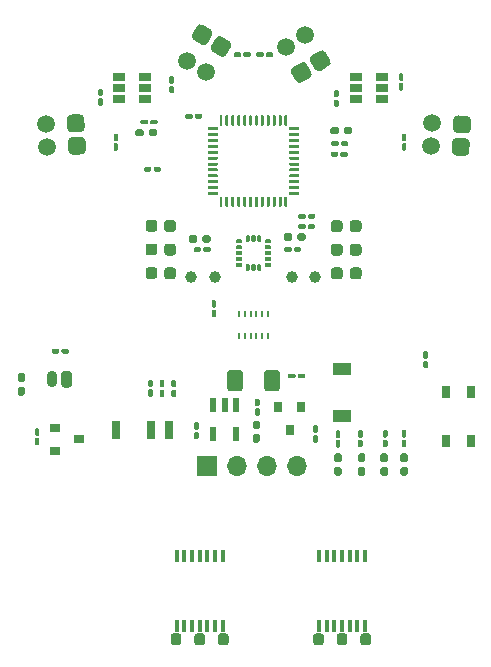
<source format=gts>
G04 #@! TF.GenerationSoftware,KiCad,Pcbnew,(5.1.7)-1*
G04 #@! TF.CreationDate,2021-07-04T06:33:09+09:00*
G04 #@! TF.ProjectId,lapis,6c617069-732e-46b6-9963-61645f706362,rev?*
G04 #@! TF.SameCoordinates,Original*
G04 #@! TF.FileFunction,Soldermask,Top*
G04 #@! TF.FilePolarity,Negative*
%FSLAX46Y46*%
G04 Gerber Fmt 4.6, Leading zero omitted, Abs format (unit mm)*
G04 Created by KiCad (PCBNEW (5.1.7)-1) date 2021-07-04 06:33:09*
%MOMM*%
%LPD*%
G01*
G04 APERTURE LIST*
%ADD10R,0.700000X1.500000*%
%ADD11R,0.600000X1.200000*%
%ADD12R,0.250000X0.500000*%
%ADD13R,0.450000X1.000000*%
%ADD14C,1.000000*%
%ADD15R,1.060000X0.650000*%
%ADD16R,0.650000X1.050000*%
%ADD17C,1.500000*%
%ADD18R,0.800000X0.900000*%
%ADD19R,0.900000X0.800000*%
%ADD20R,1.600000X1.000000*%
%ADD21O,1.700000X1.700000*%
%ADD22R,1.700000X1.700000*%
%ADD23O,0.900000X1.400000*%
G04 APERTURE END LIST*
G36*
G01*
X144575000Y-102962500D02*
X144575000Y-102587500D01*
G75*
G02*
X144662500Y-102500000I87500J0D01*
G01*
X144837500Y-102500000D01*
G75*
G02*
X144925000Y-102587500I0J-87500D01*
G01*
X144925000Y-102962500D01*
G75*
G02*
X144837500Y-103050000I-87500J0D01*
G01*
X144662500Y-103050000D01*
G75*
G02*
X144575000Y-102962500I0J87500D01*
G01*
G37*
G36*
G01*
X145075000Y-102962500D02*
X145075000Y-102587500D01*
G75*
G02*
X145162500Y-102500000I87500J0D01*
G01*
X145337500Y-102500000D01*
G75*
G02*
X145425000Y-102587500I0J-87500D01*
G01*
X145425000Y-102962500D01*
G75*
G02*
X145337500Y-103050000I-87500J0D01*
G01*
X145162500Y-103050000D01*
G75*
G02*
X145075000Y-102962500I0J87500D01*
G01*
G37*
G36*
G01*
X145575000Y-102962500D02*
X145575000Y-102587500D01*
G75*
G02*
X145662500Y-102500000I87500J0D01*
G01*
X145837500Y-102500000D01*
G75*
G02*
X145925000Y-102587500I0J-87500D01*
G01*
X145925000Y-102962500D01*
G75*
G02*
X145837500Y-103050000I-87500J0D01*
G01*
X145662500Y-103050000D01*
G75*
G02*
X145575000Y-102962500I0J87500D01*
G01*
G37*
G36*
G01*
X146200000Y-103087500D02*
X146200000Y-102912500D01*
G75*
G02*
X146287500Y-102825000I87500J0D01*
G01*
X146662500Y-102825000D01*
G75*
G02*
X146750000Y-102912500I0J-87500D01*
G01*
X146750000Y-103087500D01*
G75*
G02*
X146662500Y-103175000I-87500J0D01*
G01*
X146287500Y-103175000D01*
G75*
G02*
X146200000Y-103087500I0J87500D01*
G01*
G37*
G36*
G01*
X146200000Y-103587500D02*
X146200000Y-103412500D01*
G75*
G02*
X146287500Y-103325000I87500J0D01*
G01*
X146662500Y-103325000D01*
G75*
G02*
X146750000Y-103412500I0J-87500D01*
G01*
X146750000Y-103587500D01*
G75*
G02*
X146662500Y-103675000I-87500J0D01*
G01*
X146287500Y-103675000D01*
G75*
G02*
X146200000Y-103587500I0J87500D01*
G01*
G37*
G36*
G01*
X146200000Y-104087500D02*
X146200000Y-103912500D01*
G75*
G02*
X146287500Y-103825000I87500J0D01*
G01*
X146662500Y-103825000D01*
G75*
G02*
X146750000Y-103912500I0J-87500D01*
G01*
X146750000Y-104087500D01*
G75*
G02*
X146662500Y-104175000I-87500J0D01*
G01*
X146287500Y-104175000D01*
G75*
G02*
X146200000Y-104087500I0J87500D01*
G01*
G37*
G36*
G01*
X146200000Y-104587500D02*
X146200000Y-104412500D01*
G75*
G02*
X146287500Y-104325000I87500J0D01*
G01*
X146662500Y-104325000D01*
G75*
G02*
X146750000Y-104412500I0J-87500D01*
G01*
X146750000Y-104587500D01*
G75*
G02*
X146662500Y-104675000I-87500J0D01*
G01*
X146287500Y-104675000D01*
G75*
G02*
X146200000Y-104587500I0J87500D01*
G01*
G37*
G36*
G01*
X146200000Y-105087500D02*
X146200000Y-104912500D01*
G75*
G02*
X146287500Y-104825000I87500J0D01*
G01*
X146662500Y-104825000D01*
G75*
G02*
X146750000Y-104912500I0J-87500D01*
G01*
X146750000Y-105087500D01*
G75*
G02*
X146662500Y-105175000I-87500J0D01*
G01*
X146287500Y-105175000D01*
G75*
G02*
X146200000Y-105087500I0J87500D01*
G01*
G37*
G36*
G01*
X145575000Y-105412500D02*
X145575000Y-105037500D01*
G75*
G02*
X145662500Y-104950000I87500J0D01*
G01*
X145837500Y-104950000D01*
G75*
G02*
X145925000Y-105037500I0J-87500D01*
G01*
X145925000Y-105412500D01*
G75*
G02*
X145837500Y-105500000I-87500J0D01*
G01*
X145662500Y-105500000D01*
G75*
G02*
X145575000Y-105412500I0J87500D01*
G01*
G37*
G36*
G01*
X145075000Y-105412500D02*
X145075000Y-105037500D01*
G75*
G02*
X145162500Y-104950000I87500J0D01*
G01*
X145337500Y-104950000D01*
G75*
G02*
X145425000Y-105037500I0J-87500D01*
G01*
X145425000Y-105412500D01*
G75*
G02*
X145337500Y-105500000I-87500J0D01*
G01*
X145162500Y-105500000D01*
G75*
G02*
X145075000Y-105412500I0J87500D01*
G01*
G37*
G36*
G01*
X144575000Y-105412500D02*
X144575000Y-105037500D01*
G75*
G02*
X144662500Y-104950000I87500J0D01*
G01*
X144837500Y-104950000D01*
G75*
G02*
X144925000Y-105037500I0J-87500D01*
G01*
X144925000Y-105412500D01*
G75*
G02*
X144837500Y-105500000I-87500J0D01*
G01*
X144662500Y-105500000D01*
G75*
G02*
X144575000Y-105412500I0J87500D01*
G01*
G37*
G36*
G01*
X143750000Y-105087500D02*
X143750000Y-104912500D01*
G75*
G02*
X143837500Y-104825000I87500J0D01*
G01*
X144212500Y-104825000D01*
G75*
G02*
X144300000Y-104912500I0J-87500D01*
G01*
X144300000Y-105087500D01*
G75*
G02*
X144212500Y-105175000I-87500J0D01*
G01*
X143837500Y-105175000D01*
G75*
G02*
X143750000Y-105087500I0J87500D01*
G01*
G37*
G36*
G01*
X143750000Y-104587500D02*
X143750000Y-104412500D01*
G75*
G02*
X143837500Y-104325000I87500J0D01*
G01*
X144212500Y-104325000D01*
G75*
G02*
X144300000Y-104412500I0J-87500D01*
G01*
X144300000Y-104587500D01*
G75*
G02*
X144212500Y-104675000I-87500J0D01*
G01*
X143837500Y-104675000D01*
G75*
G02*
X143750000Y-104587500I0J87500D01*
G01*
G37*
G36*
G01*
X143750000Y-104087500D02*
X143750000Y-103912500D01*
G75*
G02*
X143837500Y-103825000I87500J0D01*
G01*
X144212500Y-103825000D01*
G75*
G02*
X144300000Y-103912500I0J-87500D01*
G01*
X144300000Y-104087500D01*
G75*
G02*
X144212500Y-104175000I-87500J0D01*
G01*
X143837500Y-104175000D01*
G75*
G02*
X143750000Y-104087500I0J87500D01*
G01*
G37*
G36*
G01*
X143750000Y-103587500D02*
X143750000Y-103412500D01*
G75*
G02*
X143837500Y-103325000I87500J0D01*
G01*
X144212500Y-103325000D01*
G75*
G02*
X144300000Y-103412500I0J-87500D01*
G01*
X144300000Y-103587500D01*
G75*
G02*
X144212500Y-103675000I-87500J0D01*
G01*
X143837500Y-103675000D01*
G75*
G02*
X143750000Y-103587500I0J87500D01*
G01*
G37*
G36*
G01*
X143750000Y-103087500D02*
X143750000Y-102912500D01*
G75*
G02*
X143837500Y-102825000I87500J0D01*
G01*
X144212500Y-102825000D01*
G75*
G02*
X144300000Y-102912500I0J-87500D01*
G01*
X144300000Y-103087500D01*
G75*
G02*
X144212500Y-103175000I-87500J0D01*
G01*
X143837500Y-103175000D01*
G75*
G02*
X143750000Y-103087500I0J87500D01*
G01*
G37*
D10*
X138080000Y-118970000D03*
X136580000Y-118970000D03*
X133580000Y-118970000D03*
D11*
X143750000Y-119350000D03*
X141850000Y-119350000D03*
X141850000Y-116850000D03*
X142800000Y-116850000D03*
X143750000Y-116850000D03*
D12*
X144000000Y-109140000D03*
X144500000Y-109140000D03*
X145000000Y-109140000D03*
X145500000Y-109140000D03*
X146000000Y-109140000D03*
X146500000Y-109140000D03*
X146500000Y-111040000D03*
X146000000Y-111040000D03*
X145500000Y-111040000D03*
X145000000Y-111040000D03*
X144500000Y-111040000D03*
X144000000Y-111040000D03*
D13*
X142650000Y-135538000D03*
X142000000Y-135538000D03*
X141350000Y-135538000D03*
X140700000Y-135538000D03*
X140050000Y-135538000D03*
X139400000Y-135538000D03*
X138750000Y-135538000D03*
X138750000Y-129662000D03*
X139400000Y-129662000D03*
X140050000Y-129662000D03*
X140700000Y-129662000D03*
X141350000Y-129662000D03*
X142000000Y-129662000D03*
X142650000Y-129662000D03*
X154690000Y-135530000D03*
X154040000Y-135530000D03*
X153390000Y-135530000D03*
X152740000Y-135530000D03*
X152090000Y-135530000D03*
X151440000Y-135530000D03*
X150790000Y-135530000D03*
X150790000Y-129654000D03*
X151440000Y-129654000D03*
X152090000Y-129654000D03*
X152740000Y-129654000D03*
X153390000Y-129654000D03*
X154040000Y-129654000D03*
X154690000Y-129654000D03*
D14*
X148500000Y-106000000D03*
X150500000Y-106000000D03*
X142000000Y-106000000D03*
X140000000Y-106000000D03*
G36*
G01*
X149670000Y-100790000D02*
X149670000Y-100990000D01*
G75*
G02*
X149570000Y-101090000I-100000J0D01*
G01*
X149135000Y-101090000D01*
G75*
G02*
X149035000Y-100990000I0J100000D01*
G01*
X149035000Y-100790000D01*
G75*
G02*
X149135000Y-100690000I100000J0D01*
G01*
X149570000Y-100690000D01*
G75*
G02*
X149670000Y-100790000I0J-100000D01*
G01*
G37*
G36*
G01*
X150485000Y-100790000D02*
X150485000Y-100990000D01*
G75*
G02*
X150385000Y-101090000I-100000J0D01*
G01*
X149950000Y-101090000D01*
G75*
G02*
X149850000Y-100990000I0J100000D01*
G01*
X149850000Y-100790000D01*
G75*
G02*
X149950000Y-100690000I100000J0D01*
G01*
X150385000Y-100690000D01*
G75*
G02*
X150485000Y-100790000I0J-100000D01*
G01*
G37*
G36*
G01*
X154300000Y-136965000D02*
X154300000Y-136415000D01*
G75*
G02*
X154525000Y-136190000I225000J0D01*
G01*
X154975000Y-136190000D01*
G75*
G02*
X155200000Y-136415000I0J-225000D01*
G01*
X155200000Y-136965000D01*
G75*
G02*
X154975000Y-137190000I-225000J0D01*
G01*
X154525000Y-137190000D01*
G75*
G02*
X154300000Y-136965000I0J225000D01*
G01*
G37*
G36*
G01*
X152300000Y-136965000D02*
X152300000Y-136415000D01*
G75*
G02*
X152525000Y-136190000I225000J0D01*
G01*
X152975000Y-136190000D01*
G75*
G02*
X153200000Y-136415000I0J-225000D01*
G01*
X153200000Y-136965000D01*
G75*
G02*
X152975000Y-137190000I-225000J0D01*
G01*
X152525000Y-137190000D01*
G75*
G02*
X152300000Y-136965000I0J225000D01*
G01*
G37*
G36*
G01*
X150300000Y-136965000D02*
X150300000Y-136415000D01*
G75*
G02*
X150525000Y-136190000I225000J0D01*
G01*
X150975000Y-136190000D01*
G75*
G02*
X151200000Y-136415000I0J-225000D01*
G01*
X151200000Y-136965000D01*
G75*
G02*
X150975000Y-137190000I-225000J0D01*
G01*
X150525000Y-137190000D01*
G75*
G02*
X150300000Y-136965000I0J225000D01*
G01*
G37*
G36*
G01*
X142245000Y-136965000D02*
X142245000Y-136415000D01*
G75*
G02*
X142470000Y-136190000I225000J0D01*
G01*
X142920000Y-136190000D01*
G75*
G02*
X143145000Y-136415000I0J-225000D01*
G01*
X143145000Y-136965000D01*
G75*
G02*
X142920000Y-137190000I-225000J0D01*
G01*
X142470000Y-137190000D01*
G75*
G02*
X142245000Y-136965000I0J225000D01*
G01*
G37*
G36*
G01*
X140245000Y-136965000D02*
X140245000Y-136415000D01*
G75*
G02*
X140470000Y-136190000I225000J0D01*
G01*
X140920000Y-136190000D01*
G75*
G02*
X141145000Y-136415000I0J-225000D01*
G01*
X141145000Y-136965000D01*
G75*
G02*
X140920000Y-137190000I-225000J0D01*
G01*
X140470000Y-137190000D01*
G75*
G02*
X140245000Y-136965000I0J225000D01*
G01*
G37*
G36*
G01*
X138245000Y-136965000D02*
X138245000Y-136415000D01*
G75*
G02*
X138470000Y-136190000I225000J0D01*
G01*
X138920000Y-136190000D01*
G75*
G02*
X139145000Y-136415000I0J-225000D01*
G01*
X139145000Y-136965000D01*
G75*
G02*
X138920000Y-137190000I-225000J0D01*
G01*
X138470000Y-137190000D01*
G75*
G02*
X138245000Y-136965000I0J225000D01*
G01*
G37*
G36*
G01*
X150590000Y-119220000D02*
X150390000Y-119220000D01*
G75*
G02*
X150290000Y-119120000I0J100000D01*
G01*
X150290000Y-118685000D01*
G75*
G02*
X150390000Y-118585000I100000J0D01*
G01*
X150590000Y-118585000D01*
G75*
G02*
X150690000Y-118685000I0J-100000D01*
G01*
X150690000Y-119120000D01*
G75*
G02*
X150590000Y-119220000I-100000J0D01*
G01*
G37*
G36*
G01*
X150590000Y-120035000D02*
X150390000Y-120035000D01*
G75*
G02*
X150290000Y-119935000I0J100000D01*
G01*
X150290000Y-119500000D01*
G75*
G02*
X150390000Y-119400000I100000J0D01*
G01*
X150590000Y-119400000D01*
G75*
G02*
X150690000Y-119500000I0J-100000D01*
G01*
X150690000Y-119935000D01*
G75*
G02*
X150590000Y-120035000I-100000J0D01*
G01*
G37*
G36*
G01*
X148810000Y-114300000D02*
X148810000Y-114500000D01*
G75*
G02*
X148710000Y-114600000I-100000J0D01*
G01*
X148275000Y-114600000D01*
G75*
G02*
X148175000Y-114500000I0J100000D01*
G01*
X148175000Y-114300000D01*
G75*
G02*
X148275000Y-114200000I100000J0D01*
G01*
X148710000Y-114200000D01*
G75*
G02*
X148810000Y-114300000I0J-100000D01*
G01*
G37*
G36*
G01*
X149625000Y-114300000D02*
X149625000Y-114500000D01*
G75*
G02*
X149525000Y-114600000I-100000J0D01*
G01*
X149090000Y-114600000D01*
G75*
G02*
X148990000Y-114500000I0J100000D01*
G01*
X148990000Y-114300000D01*
G75*
G02*
X149090000Y-114200000I100000J0D01*
G01*
X149525000Y-114200000D01*
G75*
G02*
X149625000Y-114300000I0J-100000D01*
G01*
G37*
G36*
G01*
X159930000Y-112940000D02*
X159730000Y-112940000D01*
G75*
G02*
X159630000Y-112840000I0J100000D01*
G01*
X159630000Y-112405000D01*
G75*
G02*
X159730000Y-112305000I100000J0D01*
G01*
X159930000Y-112305000D01*
G75*
G02*
X160030000Y-112405000I0J-100000D01*
G01*
X160030000Y-112840000D01*
G75*
G02*
X159930000Y-112940000I-100000J0D01*
G01*
G37*
G36*
G01*
X159930000Y-113755000D02*
X159730000Y-113755000D01*
G75*
G02*
X159630000Y-113655000I0J100000D01*
G01*
X159630000Y-113220000D01*
G75*
G02*
X159730000Y-113120000I100000J0D01*
G01*
X159930000Y-113120000D01*
G75*
G02*
X160030000Y-113220000I0J-100000D01*
G01*
X160030000Y-113655000D01*
G75*
G02*
X159930000Y-113755000I-100000J0D01*
G01*
G37*
G36*
G01*
X152500000Y-119642500D02*
X152300000Y-119642500D01*
G75*
G02*
X152200000Y-119542500I0J100000D01*
G01*
X152200000Y-119107500D01*
G75*
G02*
X152300000Y-119007500I100000J0D01*
G01*
X152500000Y-119007500D01*
G75*
G02*
X152600000Y-119107500I0J-100000D01*
G01*
X152600000Y-119542500D01*
G75*
G02*
X152500000Y-119642500I-100000J0D01*
G01*
G37*
G36*
G01*
X152500000Y-120457500D02*
X152300000Y-120457500D01*
G75*
G02*
X152200000Y-120357500I0J100000D01*
G01*
X152200000Y-119922500D01*
G75*
G02*
X152300000Y-119822500I100000J0D01*
G01*
X152500000Y-119822500D01*
G75*
G02*
X152600000Y-119922500I0J-100000D01*
G01*
X152600000Y-120357500D01*
G75*
G02*
X152500000Y-120457500I-100000J0D01*
G01*
G37*
G36*
G01*
X154400000Y-119610000D02*
X154200000Y-119610000D01*
G75*
G02*
X154100000Y-119510000I0J100000D01*
G01*
X154100000Y-119075000D01*
G75*
G02*
X154200000Y-118975000I100000J0D01*
G01*
X154400000Y-118975000D01*
G75*
G02*
X154500000Y-119075000I0J-100000D01*
G01*
X154500000Y-119510000D01*
G75*
G02*
X154400000Y-119610000I-100000J0D01*
G01*
G37*
G36*
G01*
X154400000Y-120425000D02*
X154200000Y-120425000D01*
G75*
G02*
X154100000Y-120325000I0J100000D01*
G01*
X154100000Y-119890000D01*
G75*
G02*
X154200000Y-119790000I100000J0D01*
G01*
X154400000Y-119790000D01*
G75*
G02*
X154500000Y-119890000I0J-100000D01*
G01*
X154500000Y-120325000D01*
G75*
G02*
X154400000Y-120425000I-100000J0D01*
G01*
G37*
G36*
G01*
X156500000Y-119610000D02*
X156300000Y-119610000D01*
G75*
G02*
X156200000Y-119510000I0J100000D01*
G01*
X156200000Y-119075000D01*
G75*
G02*
X156300000Y-118975000I100000J0D01*
G01*
X156500000Y-118975000D01*
G75*
G02*
X156600000Y-119075000I0J-100000D01*
G01*
X156600000Y-119510000D01*
G75*
G02*
X156500000Y-119610000I-100000J0D01*
G01*
G37*
G36*
G01*
X156500000Y-120425000D02*
X156300000Y-120425000D01*
G75*
G02*
X156200000Y-120325000I0J100000D01*
G01*
X156200000Y-119890000D01*
G75*
G02*
X156300000Y-119790000I100000J0D01*
G01*
X156500000Y-119790000D01*
G75*
G02*
X156600000Y-119890000I0J-100000D01*
G01*
X156600000Y-120325000D01*
G75*
G02*
X156500000Y-120425000I-100000J0D01*
G01*
G37*
G36*
G01*
X158100000Y-119610000D02*
X157900000Y-119610000D01*
G75*
G02*
X157800000Y-119510000I0J100000D01*
G01*
X157800000Y-119075000D01*
G75*
G02*
X157900000Y-118975000I100000J0D01*
G01*
X158100000Y-118975000D01*
G75*
G02*
X158200000Y-119075000I0J-100000D01*
G01*
X158200000Y-119510000D01*
G75*
G02*
X158100000Y-119610000I-100000J0D01*
G01*
G37*
G36*
G01*
X158100000Y-120425000D02*
X157900000Y-120425000D01*
G75*
G02*
X157800000Y-120325000I0J100000D01*
G01*
X157800000Y-119890000D01*
G75*
G02*
X157900000Y-119790000I100000J0D01*
G01*
X158100000Y-119790000D01*
G75*
G02*
X158200000Y-119890000I0J-100000D01*
G01*
X158200000Y-120325000D01*
G75*
G02*
X158100000Y-120425000I-100000J0D01*
G01*
G37*
G36*
G01*
X152360000Y-90810000D02*
X152160000Y-90810000D01*
G75*
G02*
X152060000Y-90710000I0J100000D01*
G01*
X152060000Y-90275000D01*
G75*
G02*
X152160000Y-90175000I100000J0D01*
G01*
X152360000Y-90175000D01*
G75*
G02*
X152460000Y-90275000I0J-100000D01*
G01*
X152460000Y-90710000D01*
G75*
G02*
X152360000Y-90810000I-100000J0D01*
G01*
G37*
G36*
G01*
X152360000Y-91625000D02*
X152160000Y-91625000D01*
G75*
G02*
X152060000Y-91525000I0J100000D01*
G01*
X152060000Y-91090000D01*
G75*
G02*
X152160000Y-90990000I100000J0D01*
G01*
X152360000Y-90990000D01*
G75*
G02*
X152460000Y-91090000I0J-100000D01*
G01*
X152460000Y-91525000D01*
G75*
G02*
X152360000Y-91625000I-100000J0D01*
G01*
G37*
G36*
G01*
X128990000Y-112400000D02*
X128990000Y-112200000D01*
G75*
G02*
X129090000Y-112100000I100000J0D01*
G01*
X129525000Y-112100000D01*
G75*
G02*
X129625000Y-112200000I0J-100000D01*
G01*
X129625000Y-112400000D01*
G75*
G02*
X129525000Y-112500000I-100000J0D01*
G01*
X129090000Y-112500000D01*
G75*
G02*
X128990000Y-112400000I0J100000D01*
G01*
G37*
G36*
G01*
X128175000Y-112400000D02*
X128175000Y-112200000D01*
G75*
G02*
X128275000Y-112100000I100000J0D01*
G01*
X128710000Y-112100000D01*
G75*
G02*
X128810000Y-112200000I0J-100000D01*
G01*
X128810000Y-112400000D01*
G75*
G02*
X128710000Y-112500000I-100000J0D01*
G01*
X128275000Y-112500000D01*
G75*
G02*
X128175000Y-112400000I0J100000D01*
G01*
G37*
G36*
G01*
X137400000Y-115550000D02*
X137600000Y-115550000D01*
G75*
G02*
X137700000Y-115650000I0J-100000D01*
G01*
X137700000Y-116085000D01*
G75*
G02*
X137600000Y-116185000I-100000J0D01*
G01*
X137400000Y-116185000D01*
G75*
G02*
X137300000Y-116085000I0J100000D01*
G01*
X137300000Y-115650000D01*
G75*
G02*
X137400000Y-115550000I100000J0D01*
G01*
G37*
G36*
G01*
X137400000Y-114735000D02*
X137600000Y-114735000D01*
G75*
G02*
X137700000Y-114835000I0J-100000D01*
G01*
X137700000Y-115270000D01*
G75*
G02*
X137600000Y-115370000I-100000J0D01*
G01*
X137400000Y-115370000D01*
G75*
G02*
X137300000Y-115270000I0J100000D01*
G01*
X137300000Y-114835000D01*
G75*
G02*
X137400000Y-114735000I100000J0D01*
G01*
G37*
G36*
G01*
X136630000Y-115350000D02*
X136430000Y-115350000D01*
G75*
G02*
X136330000Y-115250000I0J100000D01*
G01*
X136330000Y-114815000D01*
G75*
G02*
X136430000Y-114715000I100000J0D01*
G01*
X136630000Y-114715000D01*
G75*
G02*
X136730000Y-114815000I0J-100000D01*
G01*
X136730000Y-115250000D01*
G75*
G02*
X136630000Y-115350000I-100000J0D01*
G01*
G37*
G36*
G01*
X136630000Y-116165000D02*
X136430000Y-116165000D01*
G75*
G02*
X136330000Y-116065000I0J100000D01*
G01*
X136330000Y-115630000D01*
G75*
G02*
X136430000Y-115530000I100000J0D01*
G01*
X136630000Y-115530000D01*
G75*
G02*
X136730000Y-115630000I0J-100000D01*
G01*
X136730000Y-116065000D01*
G75*
G02*
X136630000Y-116165000I-100000J0D01*
G01*
G37*
G36*
G01*
X126830000Y-119640000D02*
X127030000Y-119640000D01*
G75*
G02*
X127130000Y-119740000I0J-100000D01*
G01*
X127130000Y-120175000D01*
G75*
G02*
X127030000Y-120275000I-100000J0D01*
G01*
X126830000Y-120275000D01*
G75*
G02*
X126730000Y-120175000I0J100000D01*
G01*
X126730000Y-119740000D01*
G75*
G02*
X126830000Y-119640000I100000J0D01*
G01*
G37*
G36*
G01*
X126830000Y-118825000D02*
X127030000Y-118825000D01*
G75*
G02*
X127130000Y-118925000I0J-100000D01*
G01*
X127130000Y-119360000D01*
G75*
G02*
X127030000Y-119460000I-100000J0D01*
G01*
X126830000Y-119460000D01*
G75*
G02*
X126730000Y-119360000I0J100000D01*
G01*
X126730000Y-118925000D01*
G75*
G02*
X126830000Y-118825000I100000J0D01*
G01*
G37*
G36*
G01*
X144390000Y-87300000D02*
X144390000Y-87100000D01*
G75*
G02*
X144490000Y-87000000I100000J0D01*
G01*
X144925000Y-87000000D01*
G75*
G02*
X145025000Y-87100000I0J-100000D01*
G01*
X145025000Y-87300000D01*
G75*
G02*
X144925000Y-87400000I-100000J0D01*
G01*
X144490000Y-87400000D01*
G75*
G02*
X144390000Y-87300000I0J100000D01*
G01*
G37*
G36*
G01*
X143575000Y-87300000D02*
X143575000Y-87100000D01*
G75*
G02*
X143675000Y-87000000I100000J0D01*
G01*
X144110000Y-87000000D01*
G75*
G02*
X144210000Y-87100000I0J-100000D01*
G01*
X144210000Y-87300000D01*
G75*
G02*
X144110000Y-87400000I-100000J0D01*
G01*
X143675000Y-87400000D01*
G75*
G02*
X143575000Y-87300000I0J100000D01*
G01*
G37*
G36*
G01*
X133700000Y-94510000D02*
X133500000Y-94510000D01*
G75*
G02*
X133400000Y-94410000I0J100000D01*
G01*
X133400000Y-93975000D01*
G75*
G02*
X133500000Y-93875000I100000J0D01*
G01*
X133700000Y-93875000D01*
G75*
G02*
X133800000Y-93975000I0J-100000D01*
G01*
X133800000Y-94410000D01*
G75*
G02*
X133700000Y-94510000I-100000J0D01*
G01*
G37*
G36*
G01*
X133700000Y-95325000D02*
X133500000Y-95325000D01*
G75*
G02*
X133400000Y-95225000I0J100000D01*
G01*
X133400000Y-94790000D01*
G75*
G02*
X133500000Y-94690000I100000J0D01*
G01*
X133700000Y-94690000D01*
G75*
G02*
X133800000Y-94790000I0J-100000D01*
G01*
X133800000Y-95225000D01*
G75*
G02*
X133700000Y-95325000I-100000J0D01*
G01*
G37*
G36*
G01*
X158100000Y-94510000D02*
X157900000Y-94510000D01*
G75*
G02*
X157800000Y-94410000I0J100000D01*
G01*
X157800000Y-93975000D01*
G75*
G02*
X157900000Y-93875000I100000J0D01*
G01*
X158100000Y-93875000D01*
G75*
G02*
X158200000Y-93975000I0J-100000D01*
G01*
X158200000Y-94410000D01*
G75*
G02*
X158100000Y-94510000I-100000J0D01*
G01*
G37*
G36*
G01*
X158100000Y-95325000D02*
X157900000Y-95325000D01*
G75*
G02*
X157800000Y-95225000I0J100000D01*
G01*
X157800000Y-94790000D01*
G75*
G02*
X157900000Y-94690000I100000J0D01*
G01*
X158100000Y-94690000D01*
G75*
G02*
X158200000Y-94790000I0J-100000D01*
G01*
X158200000Y-95225000D01*
G75*
G02*
X158100000Y-95325000I-100000J0D01*
G01*
G37*
G36*
G01*
X146110000Y-87100000D02*
X146110000Y-87300000D01*
G75*
G02*
X146010000Y-87400000I-100000J0D01*
G01*
X145575000Y-87400000D01*
G75*
G02*
X145475000Y-87300000I0J100000D01*
G01*
X145475000Y-87100000D01*
G75*
G02*
X145575000Y-87000000I100000J0D01*
G01*
X146010000Y-87000000D01*
G75*
G02*
X146110000Y-87100000I0J-100000D01*
G01*
G37*
G36*
G01*
X146925000Y-87100000D02*
X146925000Y-87300000D01*
G75*
G02*
X146825000Y-87400000I-100000J0D01*
G01*
X146390000Y-87400000D01*
G75*
G02*
X146290000Y-87300000I0J100000D01*
G01*
X146290000Y-87100000D01*
G75*
G02*
X146390000Y-87000000I100000J0D01*
G01*
X146825000Y-87000000D01*
G75*
G02*
X146925000Y-87100000I0J-100000D01*
G01*
G37*
G36*
G01*
X132400000Y-90712500D02*
X132200000Y-90712500D01*
G75*
G02*
X132100000Y-90612500I0J100000D01*
G01*
X132100000Y-90177500D01*
G75*
G02*
X132200000Y-90077500I100000J0D01*
G01*
X132400000Y-90077500D01*
G75*
G02*
X132500000Y-90177500I0J-100000D01*
G01*
X132500000Y-90612500D01*
G75*
G02*
X132400000Y-90712500I-100000J0D01*
G01*
G37*
G36*
G01*
X132400000Y-91527500D02*
X132200000Y-91527500D01*
G75*
G02*
X132100000Y-91427500I0J100000D01*
G01*
X132100000Y-90992500D01*
G75*
G02*
X132200000Y-90892500I100000J0D01*
G01*
X132400000Y-90892500D01*
G75*
G02*
X132500000Y-90992500I0J-100000D01*
G01*
X132500000Y-91427500D01*
G75*
G02*
X132400000Y-91527500I-100000J0D01*
G01*
G37*
G36*
G01*
X152240000Y-122090000D02*
X152560000Y-122090000D01*
G75*
G02*
X152720000Y-122250000I0J-160000D01*
G01*
X152720000Y-122695000D01*
G75*
G02*
X152560000Y-122855000I-160000J0D01*
G01*
X152240000Y-122855000D01*
G75*
G02*
X152080000Y-122695000I0J160000D01*
G01*
X152080000Y-122250000D01*
G75*
G02*
X152240000Y-122090000I160000J0D01*
G01*
G37*
G36*
G01*
X152240000Y-120945000D02*
X152560000Y-120945000D01*
G75*
G02*
X152720000Y-121105000I0J-160000D01*
G01*
X152720000Y-121550000D01*
G75*
G02*
X152560000Y-121710000I-160000J0D01*
G01*
X152240000Y-121710000D01*
G75*
G02*
X152080000Y-121550000I0J160000D01*
G01*
X152080000Y-121105000D01*
G75*
G02*
X152240000Y-120945000I160000J0D01*
G01*
G37*
G36*
G01*
X154240000Y-122090000D02*
X154560000Y-122090000D01*
G75*
G02*
X154720000Y-122250000I0J-160000D01*
G01*
X154720000Y-122695000D01*
G75*
G02*
X154560000Y-122855000I-160000J0D01*
G01*
X154240000Y-122855000D01*
G75*
G02*
X154080000Y-122695000I0J160000D01*
G01*
X154080000Y-122250000D01*
G75*
G02*
X154240000Y-122090000I160000J0D01*
G01*
G37*
G36*
G01*
X154240000Y-120945000D02*
X154560000Y-120945000D01*
G75*
G02*
X154720000Y-121105000I0J-160000D01*
G01*
X154720000Y-121550000D01*
G75*
G02*
X154560000Y-121710000I-160000J0D01*
G01*
X154240000Y-121710000D01*
G75*
G02*
X154080000Y-121550000I0J160000D01*
G01*
X154080000Y-121105000D01*
G75*
G02*
X154240000Y-120945000I160000J0D01*
G01*
G37*
G36*
G01*
X156160000Y-122100000D02*
X156480000Y-122100000D01*
G75*
G02*
X156640000Y-122260000I0J-160000D01*
G01*
X156640000Y-122705000D01*
G75*
G02*
X156480000Y-122865000I-160000J0D01*
G01*
X156160000Y-122865000D01*
G75*
G02*
X156000000Y-122705000I0J160000D01*
G01*
X156000000Y-122260000D01*
G75*
G02*
X156160000Y-122100000I160000J0D01*
G01*
G37*
G36*
G01*
X156160000Y-120955000D02*
X156480000Y-120955000D01*
G75*
G02*
X156640000Y-121115000I0J-160000D01*
G01*
X156640000Y-121560000D01*
G75*
G02*
X156480000Y-121720000I-160000J0D01*
G01*
X156160000Y-121720000D01*
G75*
G02*
X156000000Y-121560000I0J160000D01*
G01*
X156000000Y-121115000D01*
G75*
G02*
X156160000Y-120955000I160000J0D01*
G01*
G37*
G36*
G01*
X157840000Y-122090000D02*
X158160000Y-122090000D01*
G75*
G02*
X158320000Y-122250000I0J-160000D01*
G01*
X158320000Y-122695000D01*
G75*
G02*
X158160000Y-122855000I-160000J0D01*
G01*
X157840000Y-122855000D01*
G75*
G02*
X157680000Y-122695000I0J160000D01*
G01*
X157680000Y-122250000D01*
G75*
G02*
X157840000Y-122090000I160000J0D01*
G01*
G37*
G36*
G01*
X157840000Y-120945000D02*
X158160000Y-120945000D01*
G75*
G02*
X158320000Y-121105000I0J-160000D01*
G01*
X158320000Y-121550000D01*
G75*
G02*
X158160000Y-121710000I-160000J0D01*
G01*
X157840000Y-121710000D01*
G75*
G02*
X157680000Y-121550000I0J160000D01*
G01*
X157680000Y-121105000D01*
G75*
G02*
X157840000Y-120945000I160000J0D01*
G01*
G37*
G36*
G01*
X125760000Y-114910000D02*
X125440000Y-114910000D01*
G75*
G02*
X125280000Y-114750000I0J160000D01*
G01*
X125280000Y-114305000D01*
G75*
G02*
X125440000Y-114145000I160000J0D01*
G01*
X125760000Y-114145000D01*
G75*
G02*
X125920000Y-114305000I0J-160000D01*
G01*
X125920000Y-114750000D01*
G75*
G02*
X125760000Y-114910000I-160000J0D01*
G01*
G37*
G36*
G01*
X125760000Y-116055000D02*
X125440000Y-116055000D01*
G75*
G02*
X125280000Y-115895000I0J160000D01*
G01*
X125280000Y-115450000D01*
G75*
G02*
X125440000Y-115290000I160000J0D01*
G01*
X125760000Y-115290000D01*
G75*
G02*
X125920000Y-115450000I0J-160000D01*
G01*
X125920000Y-115895000D01*
G75*
G02*
X125760000Y-116055000I-160000J0D01*
G01*
G37*
G36*
G01*
X148950000Y-102785000D02*
X148950000Y-102475000D01*
G75*
G02*
X149105000Y-102320000I155000J0D01*
G01*
X149530000Y-102320000D01*
G75*
G02*
X149685000Y-102475000I0J-155000D01*
G01*
X149685000Y-102785000D01*
G75*
G02*
X149530000Y-102940000I-155000J0D01*
G01*
X149105000Y-102940000D01*
G75*
G02*
X148950000Y-102785000I0J155000D01*
G01*
G37*
G36*
G01*
X147815000Y-102785000D02*
X147815000Y-102475000D01*
G75*
G02*
X147970000Y-102320000I155000J0D01*
G01*
X148395000Y-102320000D01*
G75*
G02*
X148550000Y-102475000I0J-155000D01*
G01*
X148550000Y-102785000D01*
G75*
G02*
X148395000Y-102940000I-155000J0D01*
G01*
X147970000Y-102940000D01*
G75*
G02*
X147815000Y-102785000I0J155000D01*
G01*
G37*
G36*
G01*
X136610000Y-96800000D02*
X136610000Y-97000000D01*
G75*
G02*
X136510000Y-97100000I-100000J0D01*
G01*
X136075000Y-97100000D01*
G75*
G02*
X135975000Y-97000000I0J100000D01*
G01*
X135975000Y-96800000D01*
G75*
G02*
X136075000Y-96700000I100000J0D01*
G01*
X136510000Y-96700000D01*
G75*
G02*
X136610000Y-96800000I0J-100000D01*
G01*
G37*
G36*
G01*
X137425000Y-96800000D02*
X137425000Y-97000000D01*
G75*
G02*
X137325000Y-97100000I-100000J0D01*
G01*
X136890000Y-97100000D01*
G75*
G02*
X136790000Y-97000000I0J100000D01*
G01*
X136790000Y-96800000D01*
G75*
G02*
X136890000Y-96700000I100000J0D01*
G01*
X137325000Y-96700000D01*
G75*
G02*
X137425000Y-96800000I0J-100000D01*
G01*
G37*
G36*
G01*
X136317500Y-92800000D02*
X136317500Y-93000000D01*
G75*
G02*
X136217500Y-93100000I-100000J0D01*
G01*
X135782500Y-93100000D01*
G75*
G02*
X135682500Y-93000000I0J100000D01*
G01*
X135682500Y-92800000D01*
G75*
G02*
X135782500Y-92700000I100000J0D01*
G01*
X136217500Y-92700000D01*
G75*
G02*
X136317500Y-92800000I0J-100000D01*
G01*
G37*
G36*
G01*
X137132500Y-92800000D02*
X137132500Y-93000000D01*
G75*
G02*
X137032500Y-93100000I-100000J0D01*
G01*
X136597500Y-93100000D01*
G75*
G02*
X136497500Y-93000000I0J100000D01*
G01*
X136497500Y-92800000D01*
G75*
G02*
X136597500Y-92700000I100000J0D01*
G01*
X137032500Y-92700000D01*
G75*
G02*
X137132500Y-92800000I0J-100000D01*
G01*
G37*
G36*
G01*
X149660000Y-101640000D02*
X149660000Y-101840000D01*
G75*
G02*
X149560000Y-101940000I-100000J0D01*
G01*
X149125000Y-101940000D01*
G75*
G02*
X149025000Y-101840000I0J100000D01*
G01*
X149025000Y-101640000D01*
G75*
G02*
X149125000Y-101540000I100000J0D01*
G01*
X149560000Y-101540000D01*
G75*
G02*
X149660000Y-101640000I0J-100000D01*
G01*
G37*
G36*
G01*
X150475000Y-101640000D02*
X150475000Y-101840000D01*
G75*
G02*
X150375000Y-101940000I-100000J0D01*
G01*
X149940000Y-101940000D01*
G75*
G02*
X149840000Y-101840000I0J100000D01*
G01*
X149840000Y-101640000D01*
G75*
G02*
X149940000Y-101540000I100000J0D01*
G01*
X150375000Y-101540000D01*
G75*
G02*
X150475000Y-101640000I0J-100000D01*
G01*
G37*
G36*
G01*
X140110000Y-92300000D02*
X140110000Y-92500000D01*
G75*
G02*
X140010000Y-92600000I-100000J0D01*
G01*
X139575000Y-92600000D01*
G75*
G02*
X139475000Y-92500000I0J100000D01*
G01*
X139475000Y-92300000D01*
G75*
G02*
X139575000Y-92200000I100000J0D01*
G01*
X140010000Y-92200000D01*
G75*
G02*
X140110000Y-92300000I0J-100000D01*
G01*
G37*
G36*
G01*
X140925000Y-92300000D02*
X140925000Y-92500000D01*
G75*
G02*
X140825000Y-92600000I-100000J0D01*
G01*
X140390000Y-92600000D01*
G75*
G02*
X140290000Y-92500000I0J100000D01*
G01*
X140290000Y-92300000D01*
G75*
G02*
X140390000Y-92200000I100000J0D01*
G01*
X140825000Y-92200000D01*
G75*
G02*
X140925000Y-92300000I0J-100000D01*
G01*
G37*
G36*
G01*
X152647500Y-94820000D02*
X152647500Y-94620000D01*
G75*
G02*
X152747500Y-94520000I100000J0D01*
G01*
X153182500Y-94520000D01*
G75*
G02*
X153282500Y-94620000I0J-100000D01*
G01*
X153282500Y-94820000D01*
G75*
G02*
X153182500Y-94920000I-100000J0D01*
G01*
X152747500Y-94920000D01*
G75*
G02*
X152647500Y-94820000I0J100000D01*
G01*
G37*
G36*
G01*
X151832500Y-94820000D02*
X151832500Y-94620000D01*
G75*
G02*
X151932500Y-94520000I100000J0D01*
G01*
X152367500Y-94520000D01*
G75*
G02*
X152467500Y-94620000I0J-100000D01*
G01*
X152467500Y-94820000D01*
G75*
G02*
X152367500Y-94920000I-100000J0D01*
G01*
X151932500Y-94920000D01*
G75*
G02*
X151832500Y-94820000I0J100000D01*
G01*
G37*
G36*
G01*
X152887500Y-93785000D02*
X152887500Y-93475000D01*
G75*
G02*
X153042500Y-93320000I155000J0D01*
G01*
X153467500Y-93320000D01*
G75*
G02*
X153622500Y-93475000I0J-155000D01*
G01*
X153622500Y-93785000D01*
G75*
G02*
X153467500Y-93940000I-155000J0D01*
G01*
X153042500Y-93940000D01*
G75*
G02*
X152887500Y-93785000I0J155000D01*
G01*
G37*
G36*
G01*
X151752500Y-93785000D02*
X151752500Y-93475000D01*
G75*
G02*
X151907500Y-93320000I155000J0D01*
G01*
X152332500Y-93320000D01*
G75*
G02*
X152487500Y-93475000I0J-155000D01*
G01*
X152487500Y-93785000D01*
G75*
G02*
X152332500Y-93940000I-155000J0D01*
G01*
X151907500Y-93940000D01*
G75*
G02*
X151752500Y-93785000I0J155000D01*
G01*
G37*
G36*
G01*
X135967500Y-93645000D02*
X135967500Y-93955000D01*
G75*
G02*
X135812500Y-94110000I-155000J0D01*
G01*
X135387500Y-94110000D01*
G75*
G02*
X135232500Y-93955000I0J155000D01*
G01*
X135232500Y-93645000D01*
G75*
G02*
X135387500Y-93490000I155000J0D01*
G01*
X135812500Y-93490000D01*
G75*
G02*
X135967500Y-93645000I0J-155000D01*
G01*
G37*
G36*
G01*
X137102500Y-93645000D02*
X137102500Y-93955000D01*
G75*
G02*
X136947500Y-94110000I-155000J0D01*
G01*
X136522500Y-94110000D01*
G75*
G02*
X136367500Y-93955000I0J155000D01*
G01*
X136367500Y-93645000D01*
G75*
G02*
X136522500Y-93490000I155000J0D01*
G01*
X136947500Y-93490000D01*
G75*
G02*
X137102500Y-93645000I0J-155000D01*
G01*
G37*
G36*
G01*
X157650000Y-89590000D02*
X157850000Y-89590000D01*
G75*
G02*
X157950000Y-89690000I0J-100000D01*
G01*
X157950000Y-90125000D01*
G75*
G02*
X157850000Y-90225000I-100000J0D01*
G01*
X157650000Y-90225000D01*
G75*
G02*
X157550000Y-90125000I0J100000D01*
G01*
X157550000Y-89690000D01*
G75*
G02*
X157650000Y-89590000I100000J0D01*
G01*
G37*
G36*
G01*
X157650000Y-88775000D02*
X157850000Y-88775000D01*
G75*
G02*
X157950000Y-88875000I0J-100000D01*
G01*
X157950000Y-89310000D01*
G75*
G02*
X157850000Y-89410000I-100000J0D01*
G01*
X157650000Y-89410000D01*
G75*
G02*
X157550000Y-89310000I0J100000D01*
G01*
X157550000Y-88875000D01*
G75*
G02*
X157650000Y-88775000I100000J0D01*
G01*
G37*
G36*
G01*
X138600000Y-115370000D02*
X138400000Y-115370000D01*
G75*
G02*
X138300000Y-115270000I0J100000D01*
G01*
X138300000Y-114835000D01*
G75*
G02*
X138400000Y-114735000I100000J0D01*
G01*
X138600000Y-114735000D01*
G75*
G02*
X138700000Y-114835000I0J-100000D01*
G01*
X138700000Y-115270000D01*
G75*
G02*
X138600000Y-115370000I-100000J0D01*
G01*
G37*
G36*
G01*
X138600000Y-116185000D02*
X138400000Y-116185000D01*
G75*
G02*
X138300000Y-116085000I0J100000D01*
G01*
X138300000Y-115650000D01*
G75*
G02*
X138400000Y-115550000I100000J0D01*
G01*
X138600000Y-115550000D01*
G75*
G02*
X138700000Y-115650000I0J-100000D01*
G01*
X138700000Y-116085000D01*
G75*
G02*
X138600000Y-116185000I-100000J0D01*
G01*
G37*
G36*
G01*
X145655000Y-118910000D02*
X145345000Y-118910000D01*
G75*
G02*
X145190000Y-118755000I0J155000D01*
G01*
X145190000Y-118330000D01*
G75*
G02*
X145345000Y-118175000I155000J0D01*
G01*
X145655000Y-118175000D01*
G75*
G02*
X145810000Y-118330000I0J-155000D01*
G01*
X145810000Y-118755000D01*
G75*
G02*
X145655000Y-118910000I-155000J0D01*
G01*
G37*
G36*
G01*
X145655000Y-120045000D02*
X145345000Y-120045000D01*
G75*
G02*
X145190000Y-119890000I0J155000D01*
G01*
X145190000Y-119465000D01*
G75*
G02*
X145345000Y-119310000I155000J0D01*
G01*
X145655000Y-119310000D01*
G75*
G02*
X145810000Y-119465000I0J-155000D01*
G01*
X145810000Y-119890000D01*
G75*
G02*
X145655000Y-120045000I-155000J0D01*
G01*
G37*
G36*
G01*
X140510000Y-118950000D02*
X140310000Y-118950000D01*
G75*
G02*
X140210000Y-118850000I0J100000D01*
G01*
X140210000Y-118415000D01*
G75*
G02*
X140310000Y-118315000I100000J0D01*
G01*
X140510000Y-118315000D01*
G75*
G02*
X140610000Y-118415000I0J-100000D01*
G01*
X140610000Y-118850000D01*
G75*
G02*
X140510000Y-118950000I-100000J0D01*
G01*
G37*
G36*
G01*
X140510000Y-119765000D02*
X140310000Y-119765000D01*
G75*
G02*
X140210000Y-119665000I0J100000D01*
G01*
X140210000Y-119230000D01*
G75*
G02*
X140310000Y-119130000I100000J0D01*
G01*
X140510000Y-119130000D01*
G75*
G02*
X140610000Y-119230000I0J-100000D01*
G01*
X140610000Y-119665000D01*
G75*
G02*
X140510000Y-119765000I-100000J0D01*
G01*
G37*
G36*
G01*
X145470000Y-117140000D02*
X145670000Y-117140000D01*
G75*
G02*
X145770000Y-117240000I0J-100000D01*
G01*
X145770000Y-117675000D01*
G75*
G02*
X145670000Y-117775000I-100000J0D01*
G01*
X145470000Y-117775000D01*
G75*
G02*
X145370000Y-117675000I0J100000D01*
G01*
X145370000Y-117240000D01*
G75*
G02*
X145470000Y-117140000I100000J0D01*
G01*
G37*
G36*
G01*
X145470000Y-116325000D02*
X145670000Y-116325000D01*
G75*
G02*
X145770000Y-116425000I0J-100000D01*
G01*
X145770000Y-116860000D01*
G75*
G02*
X145670000Y-116960000I-100000J0D01*
G01*
X145470000Y-116960000D01*
G75*
G02*
X145370000Y-116860000I0J100000D01*
G01*
X145370000Y-116425000D01*
G75*
G02*
X145470000Y-116325000I100000J0D01*
G01*
G37*
G36*
G01*
X142000000Y-108610000D02*
X141800000Y-108610000D01*
G75*
G02*
X141700000Y-108510000I0J100000D01*
G01*
X141700000Y-108075000D01*
G75*
G02*
X141800000Y-107975000I100000J0D01*
G01*
X142000000Y-107975000D01*
G75*
G02*
X142100000Y-108075000I0J-100000D01*
G01*
X142100000Y-108510000D01*
G75*
G02*
X142000000Y-108610000I-100000J0D01*
G01*
G37*
G36*
G01*
X142000000Y-109425000D02*
X141800000Y-109425000D01*
G75*
G02*
X141700000Y-109325000I0J100000D01*
G01*
X141700000Y-108890000D01*
G75*
G02*
X141800000Y-108790000I100000J0D01*
G01*
X142000000Y-108790000D01*
G75*
G02*
X142100000Y-108890000I0J-100000D01*
G01*
X142100000Y-109325000D01*
G75*
G02*
X142000000Y-109425000I-100000J0D01*
G01*
G37*
G36*
G01*
X146150000Y-115450002D02*
X146150000Y-114149998D01*
G75*
G02*
X146399998Y-113900000I249998J0D01*
G01*
X147225002Y-113900000D01*
G75*
G02*
X147475000Y-114149998I0J-249998D01*
G01*
X147475000Y-115450002D01*
G75*
G02*
X147225002Y-115700000I-249998J0D01*
G01*
X146399998Y-115700000D01*
G75*
G02*
X146150000Y-115450002I0J249998D01*
G01*
G37*
G36*
G01*
X143025000Y-115450002D02*
X143025000Y-114149998D01*
G75*
G02*
X143274998Y-113900000I249998J0D01*
G01*
X144100002Y-113900000D01*
G75*
G02*
X144350000Y-114149998I0J-249998D01*
G01*
X144350000Y-115450002D01*
G75*
G02*
X144100002Y-115700000I-249998J0D01*
G01*
X143274998Y-115700000D01*
G75*
G02*
X143025000Y-115450002I0J249998D01*
G01*
G37*
G36*
G01*
X138220000Y-89830000D02*
X138420000Y-89830000D01*
G75*
G02*
X138520000Y-89930000I0J-100000D01*
G01*
X138520000Y-90365000D01*
G75*
G02*
X138420000Y-90465000I-100000J0D01*
G01*
X138220000Y-90465000D01*
G75*
G02*
X138120000Y-90365000I0J100000D01*
G01*
X138120000Y-89930000D01*
G75*
G02*
X138220000Y-89830000I100000J0D01*
G01*
G37*
G36*
G01*
X138220000Y-89015000D02*
X138420000Y-89015000D01*
G75*
G02*
X138520000Y-89115000I0J-100000D01*
G01*
X138520000Y-89550000D01*
G75*
G02*
X138420000Y-89650000I-100000J0D01*
G01*
X138220000Y-89650000D01*
G75*
G02*
X138120000Y-89550000I0J100000D01*
G01*
X138120000Y-89115000D01*
G75*
G02*
X138220000Y-89015000I100000J0D01*
G01*
G37*
G36*
G01*
X148660000Y-103790000D02*
X148660000Y-103590000D01*
G75*
G02*
X148760000Y-103490000I100000J0D01*
G01*
X149195000Y-103490000D01*
G75*
G02*
X149295000Y-103590000I0J-100000D01*
G01*
X149295000Y-103790000D01*
G75*
G02*
X149195000Y-103890000I-100000J0D01*
G01*
X148760000Y-103890000D01*
G75*
G02*
X148660000Y-103790000I0J100000D01*
G01*
G37*
G36*
G01*
X147845000Y-103790000D02*
X147845000Y-103590000D01*
G75*
G02*
X147945000Y-103490000I100000J0D01*
G01*
X148380000Y-103490000D01*
G75*
G02*
X148480000Y-103590000I0J-100000D01*
G01*
X148480000Y-103790000D01*
G75*
G02*
X148380000Y-103890000I-100000J0D01*
G01*
X147945000Y-103890000D01*
G75*
G02*
X147845000Y-103790000I0J100000D01*
G01*
G37*
G36*
G01*
X152610000Y-95730000D02*
X152610000Y-95530000D01*
G75*
G02*
X152710000Y-95430000I100000J0D01*
G01*
X153145000Y-95430000D01*
G75*
G02*
X153245000Y-95530000I0J-100000D01*
G01*
X153245000Y-95730000D01*
G75*
G02*
X153145000Y-95830000I-100000J0D01*
G01*
X152710000Y-95830000D01*
G75*
G02*
X152610000Y-95730000I0J100000D01*
G01*
G37*
G36*
G01*
X151795000Y-95730000D02*
X151795000Y-95530000D01*
G75*
G02*
X151895000Y-95430000I100000J0D01*
G01*
X152330000Y-95430000D01*
G75*
G02*
X152430000Y-95530000I0J-100000D01*
G01*
X152430000Y-95730000D01*
G75*
G02*
X152330000Y-95830000I-100000J0D01*
G01*
X151895000Y-95830000D01*
G75*
G02*
X151795000Y-95730000I0J100000D01*
G01*
G37*
G36*
G01*
X140810000Y-103600000D02*
X140810000Y-103800000D01*
G75*
G02*
X140710000Y-103900000I-100000J0D01*
G01*
X140275000Y-103900000D01*
G75*
G02*
X140175000Y-103800000I0J100000D01*
G01*
X140175000Y-103600000D01*
G75*
G02*
X140275000Y-103500000I100000J0D01*
G01*
X140710000Y-103500000D01*
G75*
G02*
X140810000Y-103600000I0J-100000D01*
G01*
G37*
G36*
G01*
X141625000Y-103600000D02*
X141625000Y-103800000D01*
G75*
G02*
X141525000Y-103900000I-100000J0D01*
G01*
X141090000Y-103900000D01*
G75*
G02*
X140990000Y-103800000I0J100000D01*
G01*
X140990000Y-103600000D01*
G75*
G02*
X141090000Y-103500000I100000J0D01*
G01*
X141525000Y-103500000D01*
G75*
G02*
X141625000Y-103600000I0J-100000D01*
G01*
G37*
G36*
G01*
X140500000Y-102645000D02*
X140500000Y-102955000D01*
G75*
G02*
X140345000Y-103110000I-155000J0D01*
G01*
X139920000Y-103110000D01*
G75*
G02*
X139765000Y-102955000I0J155000D01*
G01*
X139765000Y-102645000D01*
G75*
G02*
X139920000Y-102490000I155000J0D01*
G01*
X140345000Y-102490000D01*
G75*
G02*
X140500000Y-102645000I0J-155000D01*
G01*
G37*
G36*
G01*
X141635000Y-102645000D02*
X141635000Y-102955000D01*
G75*
G02*
X141480000Y-103110000I-155000J0D01*
G01*
X141055000Y-103110000D01*
G75*
G02*
X140900000Y-102955000I0J155000D01*
G01*
X140900000Y-102645000D01*
G75*
G02*
X141055000Y-102490000I155000J0D01*
G01*
X141480000Y-102490000D01*
G75*
G02*
X141635000Y-102645000I0J-155000D01*
G01*
G37*
G36*
G01*
X136360000Y-105180000D02*
X136860000Y-105180000D01*
G75*
G02*
X137110000Y-105430000I0J-250000D01*
G01*
X137110000Y-105930000D01*
G75*
G02*
X136860000Y-106180000I-250000J0D01*
G01*
X136360000Y-106180000D01*
G75*
G02*
X136110000Y-105930000I0J250000D01*
G01*
X136110000Y-105430000D01*
G75*
G02*
X136360000Y-105180000I250000J0D01*
G01*
G37*
G36*
G01*
X136360000Y-103180000D02*
X136860000Y-103180000D01*
G75*
G02*
X137110000Y-103430000I0J-250000D01*
G01*
X137110000Y-103930000D01*
G75*
G02*
X136860000Y-104180000I-250000J0D01*
G01*
X136360000Y-104180000D01*
G75*
G02*
X136110000Y-103930000I0J250000D01*
G01*
X136110000Y-103430000D01*
G75*
G02*
X136360000Y-103180000I250000J0D01*
G01*
G37*
G36*
G01*
X136360000Y-101180000D02*
X136860000Y-101180000D01*
G75*
G02*
X137110000Y-101430000I0J-250000D01*
G01*
X137110000Y-101930000D01*
G75*
G02*
X136860000Y-102180000I-250000J0D01*
G01*
X136360000Y-102180000D01*
G75*
G02*
X136110000Y-101930000I0J250000D01*
G01*
X136110000Y-101430000D01*
G75*
G02*
X136360000Y-101180000I250000J0D01*
G01*
G37*
G36*
G01*
X138440000Y-102200000D02*
X137940000Y-102200000D01*
G75*
G02*
X137690000Y-101950000I0J250000D01*
G01*
X137690000Y-101450000D01*
G75*
G02*
X137940000Y-101200000I250000J0D01*
G01*
X138440000Y-101200000D01*
G75*
G02*
X138690000Y-101450000I0J-250000D01*
G01*
X138690000Y-101950000D01*
G75*
G02*
X138440000Y-102200000I-250000J0D01*
G01*
G37*
G36*
G01*
X138440000Y-104200000D02*
X137940000Y-104200000D01*
G75*
G02*
X137690000Y-103950000I0J250000D01*
G01*
X137690000Y-103450000D01*
G75*
G02*
X137940000Y-103200000I250000J0D01*
G01*
X138440000Y-103200000D01*
G75*
G02*
X138690000Y-103450000I0J-250000D01*
G01*
X138690000Y-103950000D01*
G75*
G02*
X138440000Y-104200000I-250000J0D01*
G01*
G37*
G36*
G01*
X138440000Y-106200000D02*
X137940000Y-106200000D01*
G75*
G02*
X137690000Y-105950000I0J250000D01*
G01*
X137690000Y-105450000D01*
G75*
G02*
X137940000Y-105200000I250000J0D01*
G01*
X138440000Y-105200000D01*
G75*
G02*
X138690000Y-105450000I0J-250000D01*
G01*
X138690000Y-105950000D01*
G75*
G02*
X138440000Y-106200000I-250000J0D01*
G01*
G37*
G36*
G01*
X152050000Y-105210000D02*
X152550000Y-105210000D01*
G75*
G02*
X152800000Y-105460000I0J-250000D01*
G01*
X152800000Y-105960000D01*
G75*
G02*
X152550000Y-106210000I-250000J0D01*
G01*
X152050000Y-106210000D01*
G75*
G02*
X151800000Y-105960000I0J250000D01*
G01*
X151800000Y-105460000D01*
G75*
G02*
X152050000Y-105210000I250000J0D01*
G01*
G37*
G36*
G01*
X152050000Y-103210000D02*
X152550000Y-103210000D01*
G75*
G02*
X152800000Y-103460000I0J-250000D01*
G01*
X152800000Y-103960000D01*
G75*
G02*
X152550000Y-104210000I-250000J0D01*
G01*
X152050000Y-104210000D01*
G75*
G02*
X151800000Y-103960000I0J250000D01*
G01*
X151800000Y-103460000D01*
G75*
G02*
X152050000Y-103210000I250000J0D01*
G01*
G37*
G36*
G01*
X152050000Y-101210000D02*
X152550000Y-101210000D01*
G75*
G02*
X152800000Y-101460000I0J-250000D01*
G01*
X152800000Y-101960000D01*
G75*
G02*
X152550000Y-102210000I-250000J0D01*
G01*
X152050000Y-102210000D01*
G75*
G02*
X151800000Y-101960000I0J250000D01*
G01*
X151800000Y-101460000D01*
G75*
G02*
X152050000Y-101210000I250000J0D01*
G01*
G37*
G36*
G01*
X154150000Y-102210000D02*
X153650000Y-102210000D01*
G75*
G02*
X153400000Y-101960000I0J250000D01*
G01*
X153400000Y-101460000D01*
G75*
G02*
X153650000Y-101210000I250000J0D01*
G01*
X154150000Y-101210000D01*
G75*
G02*
X154400000Y-101460000I0J-250000D01*
G01*
X154400000Y-101960000D01*
G75*
G02*
X154150000Y-102210000I-250000J0D01*
G01*
G37*
G36*
G01*
X154150000Y-104210000D02*
X153650000Y-104210000D01*
G75*
G02*
X153400000Y-103960000I0J250000D01*
G01*
X153400000Y-103460000D01*
G75*
G02*
X153650000Y-103210000I250000J0D01*
G01*
X154150000Y-103210000D01*
G75*
G02*
X154400000Y-103460000I0J-250000D01*
G01*
X154400000Y-103960000D01*
G75*
G02*
X154150000Y-104210000I-250000J0D01*
G01*
G37*
G36*
G01*
X154150000Y-106210000D02*
X153650000Y-106210000D01*
G75*
G02*
X153400000Y-105960000I0J250000D01*
G01*
X153400000Y-105460000D01*
G75*
G02*
X153650000Y-105210000I250000J0D01*
G01*
X154150000Y-105210000D01*
G75*
G02*
X154400000Y-105460000I0J-250000D01*
G01*
X154400000Y-105960000D01*
G75*
G02*
X154150000Y-106210000I-250000J0D01*
G01*
G37*
D15*
X156100000Y-90000000D03*
X156100000Y-89050000D03*
X156100000Y-90950000D03*
X153900000Y-90950000D03*
X153900000Y-90000000D03*
X153900000Y-89050000D03*
X136100000Y-90000000D03*
X136100000Y-89050000D03*
X136100000Y-90950000D03*
X133900000Y-90950000D03*
X133900000Y-90000000D03*
X133900000Y-89050000D03*
D16*
X161525000Y-119875000D03*
X161525000Y-115725000D03*
X163675000Y-119875000D03*
X163675000Y-115725000D03*
D17*
X160261547Y-94911355D03*
G36*
G01*
X163562631Y-94651403D02*
X163536456Y-95400946D01*
G75*
G02*
X163148597Y-95762631I-374772J13087D01*
G01*
X162399054Y-95736456D01*
G75*
G02*
X162037369Y-95348597I13087J374772D01*
G01*
X162063544Y-94599054D01*
G75*
G02*
X162451403Y-94237369I374772J-13087D01*
G01*
X163200946Y-94263544D01*
G75*
G02*
X163562631Y-94651403I-13087J-374772D01*
G01*
G37*
G36*
G01*
X149999760Y-89162020D02*
X149350240Y-89537020D01*
G75*
G02*
X148837980Y-89399760I-187500J324760D01*
G01*
X148462980Y-88750240D01*
G75*
G02*
X148600240Y-88237980I324760J187500D01*
G01*
X149249760Y-87862980D01*
G75*
G02*
X149762020Y-88000240I187500J-324760D01*
G01*
X150137020Y-88649760D01*
G75*
G02*
X149999760Y-89162020I-324760J-187500D01*
G01*
G37*
X148030000Y-86500295D03*
X141230000Y-88699705D03*
G36*
G01*
X142550240Y-85662980D02*
X143199760Y-86037980D01*
G75*
G02*
X143337020Y-86550240I-187500J-324760D01*
G01*
X142962020Y-87199760D01*
G75*
G02*
X142449760Y-87337020I-324760J187500D01*
G01*
X141800240Y-86962020D01*
G75*
G02*
X141662980Y-86449760I187500J324760D01*
G01*
X142037980Y-85800240D01*
G75*
G02*
X142550240Y-85662980I324760J-187500D01*
G01*
G37*
X127761547Y-94988645D03*
G36*
G01*
X131036456Y-94499054D02*
X131062631Y-95248597D01*
G75*
G02*
X130700946Y-95636456I-374772J-13087D01*
G01*
X129951403Y-95662631D01*
G75*
G02*
X129563544Y-95300946I-13087J374772D01*
G01*
X129537369Y-94551403D01*
G75*
G02*
X129899054Y-94163544I374772J13087D01*
G01*
X130648597Y-94137369D01*
G75*
G02*
X131036456Y-94499054I13087J-374772D01*
G01*
G37*
G36*
G01*
X130936456Y-92599054D02*
X130962631Y-93348597D01*
G75*
G02*
X130600946Y-93736456I-374772J-13087D01*
G01*
X129851403Y-93762631D01*
G75*
G02*
X129463544Y-93400946I-13087J374772D01*
G01*
X129437369Y-92651403D01*
G75*
G02*
X129799054Y-92263544I374772J13087D01*
G01*
X130548597Y-92237369D01*
G75*
G02*
X130936456Y-92599054I13087J-374772D01*
G01*
G37*
X127661547Y-93088645D03*
G36*
G01*
X151599760Y-88162020D02*
X150950240Y-88537020D01*
G75*
G02*
X150437980Y-88399760I-187500J324760D01*
G01*
X150062980Y-87750240D01*
G75*
G02*
X150200240Y-87237980I324760J187500D01*
G01*
X150849760Y-86862980D01*
G75*
G02*
X151362020Y-87000240I187500J-324760D01*
G01*
X151737020Y-87649760D01*
G75*
G02*
X151599760Y-88162020I-324760J-187500D01*
G01*
G37*
X149630000Y-85500295D03*
X139630000Y-87699705D03*
G36*
G01*
X140950240Y-84662980D02*
X141599760Y-85037980D01*
G75*
G02*
X141737020Y-85550240I-187500J-324760D01*
G01*
X141362020Y-86199760D01*
G75*
G02*
X140849760Y-86337020I-324760J187500D01*
G01*
X140200240Y-85962020D01*
G75*
G02*
X140062980Y-85449760I187500J324760D01*
G01*
X140437980Y-84800240D01*
G75*
G02*
X140950240Y-84662980I324760J-187500D01*
G01*
G37*
X160361547Y-93011355D03*
G36*
G01*
X163662631Y-92751403D02*
X163636456Y-93500946D01*
G75*
G02*
X163248597Y-93862631I-374772J13087D01*
G01*
X162499054Y-93836456D01*
G75*
G02*
X162137369Y-93448597I13087J374772D01*
G01*
X162163544Y-92699054D01*
G75*
G02*
X162551403Y-92337369I374772J-13087D01*
G01*
X163300946Y-92363544D01*
G75*
G02*
X163662631Y-92751403I-13087J-374772D01*
G01*
G37*
G36*
G01*
X142375000Y-93137500D02*
X142375000Y-92387500D01*
G75*
G02*
X142437500Y-92325000I62500J0D01*
G01*
X142562500Y-92325000D01*
G75*
G02*
X142625000Y-92387500I0J-62500D01*
G01*
X142625000Y-93137500D01*
G75*
G02*
X142562500Y-93200000I-62500J0D01*
G01*
X142437500Y-93200000D01*
G75*
G02*
X142375000Y-93137500I0J62500D01*
G01*
G37*
G36*
G01*
X142875000Y-93137500D02*
X142875000Y-92387500D01*
G75*
G02*
X142937500Y-92325000I62500J0D01*
G01*
X143062500Y-92325000D01*
G75*
G02*
X143125000Y-92387500I0J-62500D01*
G01*
X143125000Y-93137500D01*
G75*
G02*
X143062500Y-93200000I-62500J0D01*
G01*
X142937500Y-93200000D01*
G75*
G02*
X142875000Y-93137500I0J62500D01*
G01*
G37*
G36*
G01*
X143375000Y-93137500D02*
X143375000Y-92387500D01*
G75*
G02*
X143437500Y-92325000I62500J0D01*
G01*
X143562500Y-92325000D01*
G75*
G02*
X143625000Y-92387500I0J-62500D01*
G01*
X143625000Y-93137500D01*
G75*
G02*
X143562500Y-93200000I-62500J0D01*
G01*
X143437500Y-93200000D01*
G75*
G02*
X143375000Y-93137500I0J62500D01*
G01*
G37*
G36*
G01*
X143875000Y-93137500D02*
X143875000Y-92387500D01*
G75*
G02*
X143937500Y-92325000I62500J0D01*
G01*
X144062500Y-92325000D01*
G75*
G02*
X144125000Y-92387500I0J-62500D01*
G01*
X144125000Y-93137500D01*
G75*
G02*
X144062500Y-93200000I-62500J0D01*
G01*
X143937500Y-93200000D01*
G75*
G02*
X143875000Y-93137500I0J62500D01*
G01*
G37*
G36*
G01*
X144375000Y-93137500D02*
X144375000Y-92387500D01*
G75*
G02*
X144437500Y-92325000I62500J0D01*
G01*
X144562500Y-92325000D01*
G75*
G02*
X144625000Y-92387500I0J-62500D01*
G01*
X144625000Y-93137500D01*
G75*
G02*
X144562500Y-93200000I-62500J0D01*
G01*
X144437500Y-93200000D01*
G75*
G02*
X144375000Y-93137500I0J62500D01*
G01*
G37*
G36*
G01*
X144875000Y-93137500D02*
X144875000Y-92387500D01*
G75*
G02*
X144937500Y-92325000I62500J0D01*
G01*
X145062500Y-92325000D01*
G75*
G02*
X145125000Y-92387500I0J-62500D01*
G01*
X145125000Y-93137500D01*
G75*
G02*
X145062500Y-93200000I-62500J0D01*
G01*
X144937500Y-93200000D01*
G75*
G02*
X144875000Y-93137500I0J62500D01*
G01*
G37*
G36*
G01*
X145375000Y-93137500D02*
X145375000Y-92387500D01*
G75*
G02*
X145437500Y-92325000I62500J0D01*
G01*
X145562500Y-92325000D01*
G75*
G02*
X145625000Y-92387500I0J-62500D01*
G01*
X145625000Y-93137500D01*
G75*
G02*
X145562500Y-93200000I-62500J0D01*
G01*
X145437500Y-93200000D01*
G75*
G02*
X145375000Y-93137500I0J62500D01*
G01*
G37*
G36*
G01*
X145875000Y-93137500D02*
X145875000Y-92387500D01*
G75*
G02*
X145937500Y-92325000I62500J0D01*
G01*
X146062500Y-92325000D01*
G75*
G02*
X146125000Y-92387500I0J-62500D01*
G01*
X146125000Y-93137500D01*
G75*
G02*
X146062500Y-93200000I-62500J0D01*
G01*
X145937500Y-93200000D01*
G75*
G02*
X145875000Y-93137500I0J62500D01*
G01*
G37*
G36*
G01*
X146375000Y-93137500D02*
X146375000Y-92387500D01*
G75*
G02*
X146437500Y-92325000I62500J0D01*
G01*
X146562500Y-92325000D01*
G75*
G02*
X146625000Y-92387500I0J-62500D01*
G01*
X146625000Y-93137500D01*
G75*
G02*
X146562500Y-93200000I-62500J0D01*
G01*
X146437500Y-93200000D01*
G75*
G02*
X146375000Y-93137500I0J62500D01*
G01*
G37*
G36*
G01*
X146875000Y-93137500D02*
X146875000Y-92387500D01*
G75*
G02*
X146937500Y-92325000I62500J0D01*
G01*
X147062500Y-92325000D01*
G75*
G02*
X147125000Y-92387500I0J-62500D01*
G01*
X147125000Y-93137500D01*
G75*
G02*
X147062500Y-93200000I-62500J0D01*
G01*
X146937500Y-93200000D01*
G75*
G02*
X146875000Y-93137500I0J62500D01*
G01*
G37*
G36*
G01*
X147375000Y-93137500D02*
X147375000Y-92387500D01*
G75*
G02*
X147437500Y-92325000I62500J0D01*
G01*
X147562500Y-92325000D01*
G75*
G02*
X147625000Y-92387500I0J-62500D01*
G01*
X147625000Y-93137500D01*
G75*
G02*
X147562500Y-93200000I-62500J0D01*
G01*
X147437500Y-93200000D01*
G75*
G02*
X147375000Y-93137500I0J62500D01*
G01*
G37*
G36*
G01*
X147875000Y-93137500D02*
X147875000Y-92387500D01*
G75*
G02*
X147937500Y-92325000I62500J0D01*
G01*
X148062500Y-92325000D01*
G75*
G02*
X148125000Y-92387500I0J-62500D01*
G01*
X148125000Y-93137500D01*
G75*
G02*
X148062500Y-93200000I-62500J0D01*
G01*
X147937500Y-93200000D01*
G75*
G02*
X147875000Y-93137500I0J62500D01*
G01*
G37*
G36*
G01*
X148250000Y-93512500D02*
X148250000Y-93387500D01*
G75*
G02*
X148312500Y-93325000I62500J0D01*
G01*
X149062500Y-93325000D01*
G75*
G02*
X149125000Y-93387500I0J-62500D01*
G01*
X149125000Y-93512500D01*
G75*
G02*
X149062500Y-93575000I-62500J0D01*
G01*
X148312500Y-93575000D01*
G75*
G02*
X148250000Y-93512500I0J62500D01*
G01*
G37*
G36*
G01*
X148250000Y-94012500D02*
X148250000Y-93887500D01*
G75*
G02*
X148312500Y-93825000I62500J0D01*
G01*
X149062500Y-93825000D01*
G75*
G02*
X149125000Y-93887500I0J-62500D01*
G01*
X149125000Y-94012500D01*
G75*
G02*
X149062500Y-94075000I-62500J0D01*
G01*
X148312500Y-94075000D01*
G75*
G02*
X148250000Y-94012500I0J62500D01*
G01*
G37*
G36*
G01*
X148250000Y-94512500D02*
X148250000Y-94387500D01*
G75*
G02*
X148312500Y-94325000I62500J0D01*
G01*
X149062500Y-94325000D01*
G75*
G02*
X149125000Y-94387500I0J-62500D01*
G01*
X149125000Y-94512500D01*
G75*
G02*
X149062500Y-94575000I-62500J0D01*
G01*
X148312500Y-94575000D01*
G75*
G02*
X148250000Y-94512500I0J62500D01*
G01*
G37*
G36*
G01*
X148250000Y-95012500D02*
X148250000Y-94887500D01*
G75*
G02*
X148312500Y-94825000I62500J0D01*
G01*
X149062500Y-94825000D01*
G75*
G02*
X149125000Y-94887500I0J-62500D01*
G01*
X149125000Y-95012500D01*
G75*
G02*
X149062500Y-95075000I-62500J0D01*
G01*
X148312500Y-95075000D01*
G75*
G02*
X148250000Y-95012500I0J62500D01*
G01*
G37*
G36*
G01*
X148250000Y-95512500D02*
X148250000Y-95387500D01*
G75*
G02*
X148312500Y-95325000I62500J0D01*
G01*
X149062500Y-95325000D01*
G75*
G02*
X149125000Y-95387500I0J-62500D01*
G01*
X149125000Y-95512500D01*
G75*
G02*
X149062500Y-95575000I-62500J0D01*
G01*
X148312500Y-95575000D01*
G75*
G02*
X148250000Y-95512500I0J62500D01*
G01*
G37*
G36*
G01*
X148250000Y-96012500D02*
X148250000Y-95887500D01*
G75*
G02*
X148312500Y-95825000I62500J0D01*
G01*
X149062500Y-95825000D01*
G75*
G02*
X149125000Y-95887500I0J-62500D01*
G01*
X149125000Y-96012500D01*
G75*
G02*
X149062500Y-96075000I-62500J0D01*
G01*
X148312500Y-96075000D01*
G75*
G02*
X148250000Y-96012500I0J62500D01*
G01*
G37*
G36*
G01*
X148250000Y-96512500D02*
X148250000Y-96387500D01*
G75*
G02*
X148312500Y-96325000I62500J0D01*
G01*
X149062500Y-96325000D01*
G75*
G02*
X149125000Y-96387500I0J-62500D01*
G01*
X149125000Y-96512500D01*
G75*
G02*
X149062500Y-96575000I-62500J0D01*
G01*
X148312500Y-96575000D01*
G75*
G02*
X148250000Y-96512500I0J62500D01*
G01*
G37*
G36*
G01*
X148250000Y-97012500D02*
X148250000Y-96887500D01*
G75*
G02*
X148312500Y-96825000I62500J0D01*
G01*
X149062500Y-96825000D01*
G75*
G02*
X149125000Y-96887500I0J-62500D01*
G01*
X149125000Y-97012500D01*
G75*
G02*
X149062500Y-97075000I-62500J0D01*
G01*
X148312500Y-97075000D01*
G75*
G02*
X148250000Y-97012500I0J62500D01*
G01*
G37*
G36*
G01*
X148250000Y-97512500D02*
X148250000Y-97387500D01*
G75*
G02*
X148312500Y-97325000I62500J0D01*
G01*
X149062500Y-97325000D01*
G75*
G02*
X149125000Y-97387500I0J-62500D01*
G01*
X149125000Y-97512500D01*
G75*
G02*
X149062500Y-97575000I-62500J0D01*
G01*
X148312500Y-97575000D01*
G75*
G02*
X148250000Y-97512500I0J62500D01*
G01*
G37*
G36*
G01*
X148250000Y-98012500D02*
X148250000Y-97887500D01*
G75*
G02*
X148312500Y-97825000I62500J0D01*
G01*
X149062500Y-97825000D01*
G75*
G02*
X149125000Y-97887500I0J-62500D01*
G01*
X149125000Y-98012500D01*
G75*
G02*
X149062500Y-98075000I-62500J0D01*
G01*
X148312500Y-98075000D01*
G75*
G02*
X148250000Y-98012500I0J62500D01*
G01*
G37*
G36*
G01*
X148250000Y-98512500D02*
X148250000Y-98387500D01*
G75*
G02*
X148312500Y-98325000I62500J0D01*
G01*
X149062500Y-98325000D01*
G75*
G02*
X149125000Y-98387500I0J-62500D01*
G01*
X149125000Y-98512500D01*
G75*
G02*
X149062500Y-98575000I-62500J0D01*
G01*
X148312500Y-98575000D01*
G75*
G02*
X148250000Y-98512500I0J62500D01*
G01*
G37*
G36*
G01*
X148250000Y-99012500D02*
X148250000Y-98887500D01*
G75*
G02*
X148312500Y-98825000I62500J0D01*
G01*
X149062500Y-98825000D01*
G75*
G02*
X149125000Y-98887500I0J-62500D01*
G01*
X149125000Y-99012500D01*
G75*
G02*
X149062500Y-99075000I-62500J0D01*
G01*
X148312500Y-99075000D01*
G75*
G02*
X148250000Y-99012500I0J62500D01*
G01*
G37*
G36*
G01*
X147875000Y-100012500D02*
X147875000Y-99262500D01*
G75*
G02*
X147937500Y-99200000I62500J0D01*
G01*
X148062500Y-99200000D01*
G75*
G02*
X148125000Y-99262500I0J-62500D01*
G01*
X148125000Y-100012500D01*
G75*
G02*
X148062500Y-100075000I-62500J0D01*
G01*
X147937500Y-100075000D01*
G75*
G02*
X147875000Y-100012500I0J62500D01*
G01*
G37*
G36*
G01*
X147375000Y-100012500D02*
X147375000Y-99262500D01*
G75*
G02*
X147437500Y-99200000I62500J0D01*
G01*
X147562500Y-99200000D01*
G75*
G02*
X147625000Y-99262500I0J-62500D01*
G01*
X147625000Y-100012500D01*
G75*
G02*
X147562500Y-100075000I-62500J0D01*
G01*
X147437500Y-100075000D01*
G75*
G02*
X147375000Y-100012500I0J62500D01*
G01*
G37*
G36*
G01*
X146875000Y-100012500D02*
X146875000Y-99262500D01*
G75*
G02*
X146937500Y-99200000I62500J0D01*
G01*
X147062500Y-99200000D01*
G75*
G02*
X147125000Y-99262500I0J-62500D01*
G01*
X147125000Y-100012500D01*
G75*
G02*
X147062500Y-100075000I-62500J0D01*
G01*
X146937500Y-100075000D01*
G75*
G02*
X146875000Y-100012500I0J62500D01*
G01*
G37*
G36*
G01*
X146375000Y-100012500D02*
X146375000Y-99262500D01*
G75*
G02*
X146437500Y-99200000I62500J0D01*
G01*
X146562500Y-99200000D01*
G75*
G02*
X146625000Y-99262500I0J-62500D01*
G01*
X146625000Y-100012500D01*
G75*
G02*
X146562500Y-100075000I-62500J0D01*
G01*
X146437500Y-100075000D01*
G75*
G02*
X146375000Y-100012500I0J62500D01*
G01*
G37*
G36*
G01*
X145875000Y-100012500D02*
X145875000Y-99262500D01*
G75*
G02*
X145937500Y-99200000I62500J0D01*
G01*
X146062500Y-99200000D01*
G75*
G02*
X146125000Y-99262500I0J-62500D01*
G01*
X146125000Y-100012500D01*
G75*
G02*
X146062500Y-100075000I-62500J0D01*
G01*
X145937500Y-100075000D01*
G75*
G02*
X145875000Y-100012500I0J62500D01*
G01*
G37*
G36*
G01*
X145375000Y-100012500D02*
X145375000Y-99262500D01*
G75*
G02*
X145437500Y-99200000I62500J0D01*
G01*
X145562500Y-99200000D01*
G75*
G02*
X145625000Y-99262500I0J-62500D01*
G01*
X145625000Y-100012500D01*
G75*
G02*
X145562500Y-100075000I-62500J0D01*
G01*
X145437500Y-100075000D01*
G75*
G02*
X145375000Y-100012500I0J62500D01*
G01*
G37*
G36*
G01*
X144875000Y-100012500D02*
X144875000Y-99262500D01*
G75*
G02*
X144937500Y-99200000I62500J0D01*
G01*
X145062500Y-99200000D01*
G75*
G02*
X145125000Y-99262500I0J-62500D01*
G01*
X145125000Y-100012500D01*
G75*
G02*
X145062500Y-100075000I-62500J0D01*
G01*
X144937500Y-100075000D01*
G75*
G02*
X144875000Y-100012500I0J62500D01*
G01*
G37*
G36*
G01*
X144375000Y-100012500D02*
X144375000Y-99262500D01*
G75*
G02*
X144437500Y-99200000I62500J0D01*
G01*
X144562500Y-99200000D01*
G75*
G02*
X144625000Y-99262500I0J-62500D01*
G01*
X144625000Y-100012500D01*
G75*
G02*
X144562500Y-100075000I-62500J0D01*
G01*
X144437500Y-100075000D01*
G75*
G02*
X144375000Y-100012500I0J62500D01*
G01*
G37*
G36*
G01*
X143875000Y-100012500D02*
X143875000Y-99262500D01*
G75*
G02*
X143937500Y-99200000I62500J0D01*
G01*
X144062500Y-99200000D01*
G75*
G02*
X144125000Y-99262500I0J-62500D01*
G01*
X144125000Y-100012500D01*
G75*
G02*
X144062500Y-100075000I-62500J0D01*
G01*
X143937500Y-100075000D01*
G75*
G02*
X143875000Y-100012500I0J62500D01*
G01*
G37*
G36*
G01*
X143375000Y-100012500D02*
X143375000Y-99262500D01*
G75*
G02*
X143437500Y-99200000I62500J0D01*
G01*
X143562500Y-99200000D01*
G75*
G02*
X143625000Y-99262500I0J-62500D01*
G01*
X143625000Y-100012500D01*
G75*
G02*
X143562500Y-100075000I-62500J0D01*
G01*
X143437500Y-100075000D01*
G75*
G02*
X143375000Y-100012500I0J62500D01*
G01*
G37*
G36*
G01*
X142875000Y-100012500D02*
X142875000Y-99262500D01*
G75*
G02*
X142937500Y-99200000I62500J0D01*
G01*
X143062500Y-99200000D01*
G75*
G02*
X143125000Y-99262500I0J-62500D01*
G01*
X143125000Y-100012500D01*
G75*
G02*
X143062500Y-100075000I-62500J0D01*
G01*
X142937500Y-100075000D01*
G75*
G02*
X142875000Y-100012500I0J62500D01*
G01*
G37*
G36*
G01*
X142375000Y-100012500D02*
X142375000Y-99262500D01*
G75*
G02*
X142437500Y-99200000I62500J0D01*
G01*
X142562500Y-99200000D01*
G75*
G02*
X142625000Y-99262500I0J-62500D01*
G01*
X142625000Y-100012500D01*
G75*
G02*
X142562500Y-100075000I-62500J0D01*
G01*
X142437500Y-100075000D01*
G75*
G02*
X142375000Y-100012500I0J62500D01*
G01*
G37*
G36*
G01*
X141375000Y-99012500D02*
X141375000Y-98887500D01*
G75*
G02*
X141437500Y-98825000I62500J0D01*
G01*
X142187500Y-98825000D01*
G75*
G02*
X142250000Y-98887500I0J-62500D01*
G01*
X142250000Y-99012500D01*
G75*
G02*
X142187500Y-99075000I-62500J0D01*
G01*
X141437500Y-99075000D01*
G75*
G02*
X141375000Y-99012500I0J62500D01*
G01*
G37*
G36*
G01*
X141375000Y-98512500D02*
X141375000Y-98387500D01*
G75*
G02*
X141437500Y-98325000I62500J0D01*
G01*
X142187500Y-98325000D01*
G75*
G02*
X142250000Y-98387500I0J-62500D01*
G01*
X142250000Y-98512500D01*
G75*
G02*
X142187500Y-98575000I-62500J0D01*
G01*
X141437500Y-98575000D01*
G75*
G02*
X141375000Y-98512500I0J62500D01*
G01*
G37*
G36*
G01*
X141375000Y-98012500D02*
X141375000Y-97887500D01*
G75*
G02*
X141437500Y-97825000I62500J0D01*
G01*
X142187500Y-97825000D01*
G75*
G02*
X142250000Y-97887500I0J-62500D01*
G01*
X142250000Y-98012500D01*
G75*
G02*
X142187500Y-98075000I-62500J0D01*
G01*
X141437500Y-98075000D01*
G75*
G02*
X141375000Y-98012500I0J62500D01*
G01*
G37*
G36*
G01*
X141375000Y-97512500D02*
X141375000Y-97387500D01*
G75*
G02*
X141437500Y-97325000I62500J0D01*
G01*
X142187500Y-97325000D01*
G75*
G02*
X142250000Y-97387500I0J-62500D01*
G01*
X142250000Y-97512500D01*
G75*
G02*
X142187500Y-97575000I-62500J0D01*
G01*
X141437500Y-97575000D01*
G75*
G02*
X141375000Y-97512500I0J62500D01*
G01*
G37*
G36*
G01*
X141375000Y-97012500D02*
X141375000Y-96887500D01*
G75*
G02*
X141437500Y-96825000I62500J0D01*
G01*
X142187500Y-96825000D01*
G75*
G02*
X142250000Y-96887500I0J-62500D01*
G01*
X142250000Y-97012500D01*
G75*
G02*
X142187500Y-97075000I-62500J0D01*
G01*
X141437500Y-97075000D01*
G75*
G02*
X141375000Y-97012500I0J62500D01*
G01*
G37*
G36*
G01*
X141375000Y-96512500D02*
X141375000Y-96387500D01*
G75*
G02*
X141437500Y-96325000I62500J0D01*
G01*
X142187500Y-96325000D01*
G75*
G02*
X142250000Y-96387500I0J-62500D01*
G01*
X142250000Y-96512500D01*
G75*
G02*
X142187500Y-96575000I-62500J0D01*
G01*
X141437500Y-96575000D01*
G75*
G02*
X141375000Y-96512500I0J62500D01*
G01*
G37*
G36*
G01*
X141375000Y-96012500D02*
X141375000Y-95887500D01*
G75*
G02*
X141437500Y-95825000I62500J0D01*
G01*
X142187500Y-95825000D01*
G75*
G02*
X142250000Y-95887500I0J-62500D01*
G01*
X142250000Y-96012500D01*
G75*
G02*
X142187500Y-96075000I-62500J0D01*
G01*
X141437500Y-96075000D01*
G75*
G02*
X141375000Y-96012500I0J62500D01*
G01*
G37*
G36*
G01*
X141375000Y-95512500D02*
X141375000Y-95387500D01*
G75*
G02*
X141437500Y-95325000I62500J0D01*
G01*
X142187500Y-95325000D01*
G75*
G02*
X142250000Y-95387500I0J-62500D01*
G01*
X142250000Y-95512500D01*
G75*
G02*
X142187500Y-95575000I-62500J0D01*
G01*
X141437500Y-95575000D01*
G75*
G02*
X141375000Y-95512500I0J62500D01*
G01*
G37*
G36*
G01*
X141375000Y-95012500D02*
X141375000Y-94887500D01*
G75*
G02*
X141437500Y-94825000I62500J0D01*
G01*
X142187500Y-94825000D01*
G75*
G02*
X142250000Y-94887500I0J-62500D01*
G01*
X142250000Y-95012500D01*
G75*
G02*
X142187500Y-95075000I-62500J0D01*
G01*
X141437500Y-95075000D01*
G75*
G02*
X141375000Y-95012500I0J62500D01*
G01*
G37*
G36*
G01*
X141375000Y-94512500D02*
X141375000Y-94387500D01*
G75*
G02*
X141437500Y-94325000I62500J0D01*
G01*
X142187500Y-94325000D01*
G75*
G02*
X142250000Y-94387500I0J-62500D01*
G01*
X142250000Y-94512500D01*
G75*
G02*
X142187500Y-94575000I-62500J0D01*
G01*
X141437500Y-94575000D01*
G75*
G02*
X141375000Y-94512500I0J62500D01*
G01*
G37*
G36*
G01*
X141375000Y-94012500D02*
X141375000Y-93887500D01*
G75*
G02*
X141437500Y-93825000I62500J0D01*
G01*
X142187500Y-93825000D01*
G75*
G02*
X142250000Y-93887500I0J-62500D01*
G01*
X142250000Y-94012500D01*
G75*
G02*
X142187500Y-94075000I-62500J0D01*
G01*
X141437500Y-94075000D01*
G75*
G02*
X141375000Y-94012500I0J62500D01*
G01*
G37*
G36*
G01*
X141375000Y-93512500D02*
X141375000Y-93387500D01*
G75*
G02*
X141437500Y-93325000I62500J0D01*
G01*
X142187500Y-93325000D01*
G75*
G02*
X142250000Y-93387500I0J-62500D01*
G01*
X142250000Y-93512500D01*
G75*
G02*
X142187500Y-93575000I-62500J0D01*
G01*
X141437500Y-93575000D01*
G75*
G02*
X141375000Y-93512500I0J62500D01*
G01*
G37*
D18*
X148300000Y-119000000D03*
X147350000Y-117000000D03*
X149250000Y-117000000D03*
D19*
X130460000Y-119770000D03*
X128460000Y-120720000D03*
X128460000Y-118820000D03*
D20*
X152730000Y-113800000D03*
X152730000Y-117800000D03*
D21*
X148920000Y-122000000D03*
X146380000Y-122000000D03*
X143840000Y-122000000D03*
D22*
X141300000Y-122000000D03*
D23*
X128175000Y-114675000D03*
G36*
G01*
X129875000Y-114200000D02*
X129875000Y-115150000D01*
G75*
G02*
X129650000Y-115375000I-225000J0D01*
G01*
X129200000Y-115375000D01*
G75*
G02*
X128975000Y-115150000I0J225000D01*
G01*
X128975000Y-114200000D01*
G75*
G02*
X129200000Y-113975000I225000J0D01*
G01*
X129650000Y-113975000D01*
G75*
G02*
X129875000Y-114200000I0J-225000D01*
G01*
G37*
M02*

</source>
